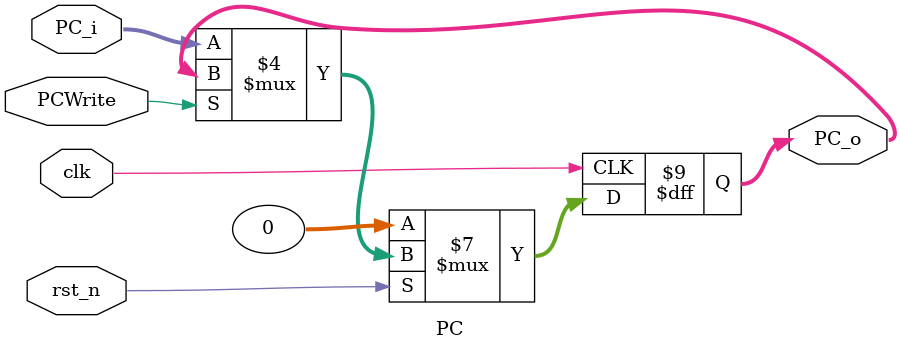
<source format=v>
module PC (
	input  	   		  clk,     // Clock
	input  	   		  rst_n,   // Synchronous reset active low
	input			  PCWrite, //load-use data hazard stall
	input  	   [31:0] PC_i,
	output reg [31:0] PC_o
);

always @(posedge clk) begin
	if (~rst_n) 	  PC_o <= 32'b0;
	else if (PCWrite) PC_o <= PC_o; //stall (re-fetch)
	else 			  PC_o <= PC_i;
end

endmodule
</source>
